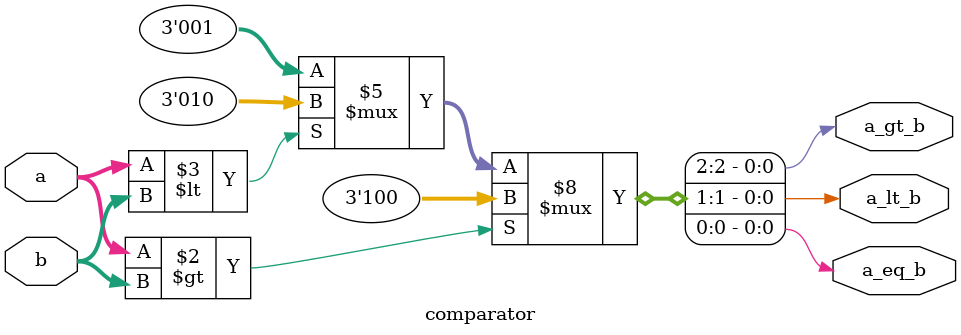
<source format=v>
`timescale 1ns / 1ps

module comparator(a_gt_b,a_lt_b,a_eq_b,a,b);

input [31:0] a,b;

output reg a_gt_b,a_lt_b,a_eq_b;

always @(a or b)
     begin 
	    
		 if(a>b)
		   {a_gt_b,a_lt_b,a_eq_b}<=3'b100;
		 else if(a<b)
		   {a_gt_b,a_lt_b,a_eq_b}<=3'b010;
		 else
		   {a_gt_b,a_lt_b,a_eq_b}<=3'b001;
	  end
	  
endmodule

</source>
